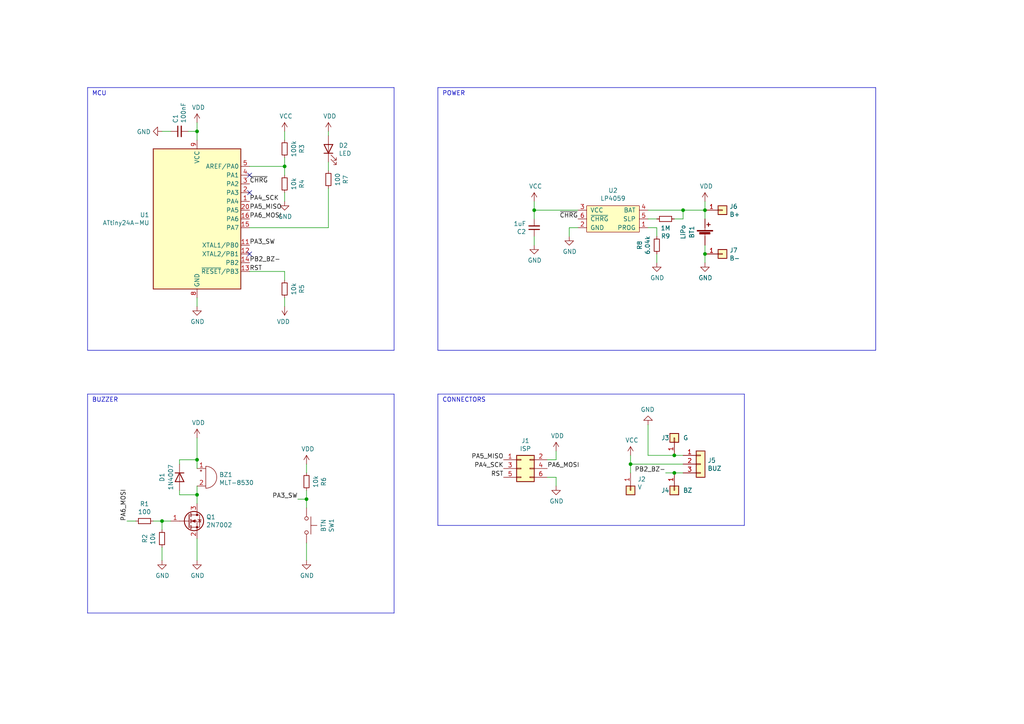
<source format=kicad_sch>
(kicad_sch (version 20230121) (generator eeschema)
  (paper "A4")
  (lib_symbols
    (symbol "Connector_Generic:Conn_01x01" (pin_names (offset 1.016) hide)
      (property "Reference" "J" (at 0 2.54 0))
      (property "Value" "Conn_01x01" (at 0 -2.54 0))
      (symbol "Conn_01x01_1_1"
        (rectangle (start -1.27 0.127) (end 0 -0.127) (stroke (width 0.1524)))
        (rectangle (start -1.27 1.27) (end 1.27 -1.27) (stroke (width 0.254)) (fill (type background)))
        (pin passive line (at -5.08 0 0) (length 3.81) (name "Pin_1") (number "1"))
      )
    )
    (symbol "Connector_Generic:Conn_01x03" (pin_names (offset 1.016) hide)
      (property "Reference" "J" (at 0 5.08 0))
      (property "Value" "Conn_01x03" (at 0 -5.08 0))
      (symbol "Conn_01x03_1_1"
        (rectangle (start -1.27 -2.413) (end 0 -2.667) (stroke (width 0.1524)))
        (rectangle (start -1.27 0.127) (end 0 -0.127) (stroke (width 0.1524)))
        (rectangle (start -1.27 2.667) (end 0 2.413) (stroke (width 0.1524)))
        (rectangle (start -1.27 3.81) (end 1.27 -3.81) (stroke (width 0.254)) (fill (type background)))
        (pin passive line (at -5.08 2.54 0) (length 3.81) (name "Pin_1") (number "1"))
        (pin passive line (at -5.08 0 0) (length 3.81) (name "Pin_2") (number "2"))
        (pin passive line (at -5.08 -2.54 0) (length 3.81) (name "Pin_3") (number "3"))
      )
    )
    (symbol "Connector_Generic:Conn_02x03_Odd_Even" (pin_names (offset 1.016) hide)
      (property "Reference" "J" (at 1.27 5.08 0))
      (property "Value" "Conn_02x03_Odd_Even" (at 1.27 -5.08 0))
      (symbol "Conn_02x03_Odd_Even_1_1"
        (rectangle (start -1.27 -2.413) (end 0 -2.667) (stroke (width 0.1524)))
        (rectangle (start -1.27 0.127) (end 0 -0.127) (stroke (width 0.1524)))
        (rectangle (start -1.27 2.667) (end 0 2.413) (stroke (width 0.1524)))
        (rectangle (start -1.27 3.81) (end 3.81 -3.81) (stroke (width 0.254)) (fill (type background)))
        (rectangle (start 3.81 -2.413) (end 2.54 -2.667) (stroke (width 0.1524)))
        (rectangle (start 3.81 0.127) (end 2.54 -0.127) (stroke (width 0.1524)))
        (rectangle (start 3.81 2.667) (end 2.54 2.413) (stroke (width 0.1524)))
        (pin passive line (at -5.08 2.54 0) (length 3.81) (name "Pin_1") (number "1"))
        (pin passive line (at 7.62 2.54 180) (length 3.81) (name "Pin_2") (number "2"))
        (pin passive line (at -5.08 0 0) (length 3.81) (name "Pin_3") (number "3"))
        (pin passive line (at 7.62 0 180) (length 3.81) (name "Pin_4") (number "4"))
        (pin passive line (at -5.08 -2.54 0) (length 3.81) (name "Pin_5") (number "5"))
        (pin passive line (at 7.62 -2.54 180) (length 3.81) (name "Pin_6") (number "6"))
      )
    )
    (symbol "Device:Battery_Cell" (pin_numbers hide) (pin_names (offset 0) hide)
      (property "Reference" "BT" (at 2.54 2.54 0))
      (property "Value" "Battery_Cell" (at 2.54 0 0))
      (symbol "Battery_Cell_0_1"
        (rectangle (start -2.286 1.778) (end 2.286 1.524) (fill (type outline)))
        (rectangle (start -1.5748 1.1938) (end 1.4732 0.6858) (fill (type outline)))
        (polyline (pts (xy 0 0.762) (xy 0 0)))
        (polyline (pts (xy 0 1.778) (xy 0 2.54)))
        (polyline (pts (xy 0.508 3.429) (xy 1.524 3.429)) (stroke (width 0.254)))
        (polyline (pts (xy 1.016 3.937) (xy 1.016 2.921)) (stroke (width 0.254)))
      )
      (symbol "Battery_Cell_1_1"
        (pin passive line (at 0 5.08 270) (length 2.54) (name "+") (number "1"))
        (pin passive line (at 0 -2.54 90) (length 2.54) (name "-") (number "2"))
      )
    )
    (symbol "Device:Buzzer" (pin_names (offset 0.0254) hide)
      (property "Reference" "BZ" (at 3.81 1.27 0))
      (property "Value" "Buzzer" (at 3.81 -1.27 0))
      (symbol "Buzzer_0_1"
        (arc (start 0 -3.175) (mid 3.1612 0) (end 0 3.175))
        (polyline (pts (xy -1.651 1.905) (xy -1.143 1.905)))
        (polyline (pts (xy -1.397 2.159) (xy -1.397 1.651)))
        (polyline (pts (xy 0 3.175) (xy 0 -3.175)))
      )
      (symbol "Buzzer_1_1"
        (pin passive line (at -2.54 2.54 0) (length 2.54) (name "-") (number "1"))
        (pin passive line (at -2.54 -2.54 0) (length 2.54) (name "+") (number "2"))
      )
    )
    (symbol "Device:C_Small" (pin_numbers hide) (pin_names (offset 0.254) hide)
      (property "Reference" "C" (at 0.254 1.778 0))
      (property "Value" "C_Small" (at 0.254 -2.032 0))
      (symbol "C_Small_0_1"
        (polyline (pts (xy -1.524 -0.508) (xy 1.524 -0.508)) (stroke (width 0.3302)))
        (polyline (pts (xy -1.524 0.508) (xy 1.524 0.508)) (stroke (width 0.3048)))
      )
      (symbol "C_Small_1_1"
        (pin passive line (at 0 2.54 270) (length 2.032) (name "~") (number "1"))
        (pin passive line (at 0 -2.54 90) (length 2.032) (name "~") (number "2"))
      )
    )
    (symbol "Device:LED" (pin_numbers hide) (pin_names (offset 1.016) hide)
      (property "Reference" "D" (at 0 2.54 0))
      (property "Value" "LED" (at 0 -2.54 0))
      (symbol "LED_0_1"
        (polyline (pts (xy -1.27 -1.27) (xy -1.27 1.27)) (stroke (width 0.254)))
        (polyline (pts (xy -1.27 0) (xy 1.27 0)))
        (polyline (pts (xy 1.27 -1.27) (xy 1.27 1.27) (xy -1.27 0) (xy 1.27 -1.27)) (stroke (width 0.254)))
        (polyline (pts (xy -3.048 -0.762) (xy -4.572 -2.286) (xy -3.81 -2.286) (xy -4.572 -2.286) (xy -4.572 -1.524)))
        (polyline (pts (xy -1.778 -0.762) (xy -3.302 -2.286) (xy -2.54 -2.286) (xy -3.302 -2.286) (xy -3.302 -1.524)))
      )
      (symbol "LED_1_1"
        (pin passive line (at -3.81 0 0) (length 2.54) (name "K") (number "1"))
        (pin passive line (at 3.81 0 180) (length 2.54) (name "A") (number "2"))
      )
    )
    (symbol "Device:R_Small" (pin_numbers hide) (pin_names (offset 0.254) hide)
      (property "Reference" "R" (at 0.762 0.508 0))
      (property "Value" "R_Small" (at 0.762 -1.016 0))
      (symbol "R_Small_0_1"
        (rectangle (start -0.762 1.778) (end 0.762 -1.778) (stroke (width 0.2032)))
      )
      (symbol "R_Small_1_1"
        (pin passive line (at 0 2.54 270) (length 0.762) (name "~") (number "1"))
        (pin passive line (at 0 -2.54 90) (length 0.762) (name "~") (number "2"))
      )
    )
    (symbol "Diode:1N4007" (pin_numbers hide) (pin_names hide)
      (property "Reference" "D" (at 0 2.54 0))
      (property "Value" "1N4007" (at 0 -2.54 0))
      (symbol "1N4007_0_1"
        (polyline (pts (xy -1.27 1.27) (xy -1.27 -1.27)) (stroke (width 0.254)))
        (polyline (pts (xy 1.27 0) (xy -1.27 0)))
        (polyline (pts (xy 1.27 1.27) (xy 1.27 -1.27) (xy -1.27 0) (xy 1.27 1.27)) (stroke (width 0.254)))
      )
      (symbol "1N4007_1_1"
        (pin passive line (at -3.81 0 0) (length 2.54) (name "K") (number "1"))
        (pin passive line (at 3.81 0 180) (length 2.54) (name "A") (number "2"))
      )
    )
    (symbol "MCU_Microchip_ATtiny:ATtiny24A-M"
      (property "Reference" "U" (at -12.7 21.59 0))
      (property "Value" "ATtiny24A-M" (at 2.54 -21.59 0))
      (symbol "ATtiny24A-M_0_1"
        (rectangle (start -12.7 -20.32) (end 12.7 20.32) (stroke (width 0.254)) (fill (type background)))
      )
      (symbol "ATtiny24A-M_1_1"
        (pin bidirectional line (at 15.24 5.08 180) (length 2.54) (name "PA4") (number "1"))
        (pin no_connect line (at -12.7 -10.16 0) (length 2.54) hide (name "NC") (number "10"))
        (pin bidirectional line (at 15.24 -7.62 180) (length 2.54) (name "XTAL1/PB0") (number "11"))
        (pin bidirectional line (at 15.24 -10.16 180) (length 2.54) (name "XTAL2/PB1") (number "12"))
        (pin bidirectional line (at 15.24 -15.24 180) (length 2.54) (name "~{RESET}/PB3") (number "13"))
        (pin bidirectional line (at 15.24 -12.7 180) (length 2.54) (name "PB2") (number "14"))
        (pin bidirectional line (at 15.24 -2.54 180) (length 2.54) (name "PA7") (number "15"))
        (pin bidirectional line (at 15.24 0 180) (length 2.54) (name "PA6") (number "16"))
        (pin no_connect line (at -12.7 -12.7 0) (length 2.54) hide (name "NC") (number "17"))
        (pin no_connect line (at -12.7 -15.24 0) (length 2.54) hide (name "NC") (number "18"))
        (pin no_connect line (at -12.7 -17.78 0) (length 2.54) hide (name "NC") (number "19"))
        (pin bidirectional line (at 15.24 7.62 180) (length 2.54) (name "PA3") (number "2"))
        (pin bidirectional line (at 15.24 2.54 180) (length 2.54) (name "PA5") (number "20"))
        (pin passive line (at 0 -22.86 90) (length 2.54) hide (name "GND") (number "21"))
        (pin bidirectional line (at 15.24 10.16 180) (length 2.54) (name "PA2") (number "3"))
        (pin bidirectional line (at 15.24 12.7 180) (length 2.54) (name "PA1") (number "4"))
        (pin bidirectional line (at 15.24 15.24 180) (length 2.54) (name "AREF/PA0") (number "5"))
        (pin no_connect line (at -12.7 -5.08 0) (length 2.54) hide (name "NC") (number "6"))
        (pin no_connect line (at -12.7 -7.62 0) (length 2.54) hide (name "NC") (number "7"))
        (pin power_in line (at 0 -22.86 90) (length 2.54) (name "GND") (number "8"))
        (pin power_in line (at 0 22.86 270) (length 2.54) (name "VCC") (number "9"))
      )
    )
    (symbol "Switch:SW_Push" (pin_numbers hide) (pin_names (offset 1.016) hide)
      (property "Reference" "SW" (at 1.27 2.54 0))
      (property "Value" "SW_Push" (at 0 -1.524 0))
      (symbol "SW_Push_0_1"
        (circle (center -2.032 0) (radius 0.508))
        (polyline (pts (xy 0 1.27) (xy 0 3.048)))
        (polyline (pts (xy 2.54 1.27) (xy -2.54 1.27)))
        (circle (center 2.032 0) (radius 0.508))
        (pin passive line (at -5.08 0 0) (length 2.54) (name "1") (number "1"))
        (pin passive line (at 5.08 0 180) (length 2.54) (name "2") (number "2"))
      )
    )
    (symbol "Symbol_Misc:LP4059" (pin_names (offset 1.016))
      (property "Reference" "U" (at 0 5.08 0))
      (property "Value" "LP4059" (at 0 -5.08 0))
      (symbol "LP4059_0_1"
        (rectangle (start -7.62 3.81) (end 7.62 -3.81) (fill (type background)))
      )
      (symbol "LP4059_1_1"
        (pin passive line (at 10.16 -2.54 180) (length 2.54) (name "PROG") (number "1"))
        (pin passive line (at -10.16 -2.54 0) (length 2.54) (name "GND") (number "2"))
        (pin passive line (at -10.16 2.54 0) (length 2.54) (name "VCC") (number "3"))
        (pin passive line (at 10.16 2.54 180) (length 2.54) (name "BAT") (number "4"))
        (pin passive line (at 10.16 0 180) (length 2.54) (name "SLP") (number "5"))
        (pin passive line (at -10.16 0 0) (length 2.54) (name "~{CHRG}") (number "6"))
      )
    )
    (symbol "Transistor_FET:2N7002" (pin_names hide)
      (property "Reference" "Q" (at 5.08 1.905 0))
      (property "Value" "2N7002" (at 5.08 0 0))
      (symbol "2N7002_0_1"
        (polyline (pts (xy 0.254 0) (xy -2.54 0)))
        (polyline (pts (xy 0.254 1.905) (xy 0.254 -1.905)) (stroke (width 0.254)))
        (polyline (pts (xy 0.762 -1.27) (xy 0.762 -2.286)) (stroke (width 0.254)))
        (polyline (pts (xy 0.762 0.508) (xy 0.762 -0.508)) (stroke (width 0.254)))
        (polyline (pts (xy 0.762 2.286) (xy 0.762 1.27)) (stroke (width 0.254)))
        (polyline (pts (xy 2.54 2.54) (xy 2.54 1.778)))
        (polyline (pts (xy 2.54 -2.54) (xy 2.54 0) (xy 0.762 0)))
        (polyline (pts (xy 0.762 -1.778) (xy 3.302 -1.778) (xy 3.302 1.778) (xy 0.762 1.778)))
        (polyline (pts (xy 1.016 0) (xy 2.032 0.381) (xy 2.032 -0.381) (xy 1.016 0)) (fill (type outline)))
        (polyline (pts (xy 2.794 0.508) (xy 2.921 0.381) (xy 3.683 0.381) (xy 3.81 0.254)))
        (polyline (pts (xy 3.302 0.381) (xy 2.921 -0.254) (xy 3.683 -0.254) (xy 3.302 0.381)))
        (circle (center 1.651 0) (radius 2.794) (stroke (width 0.254)))
        (circle (center 2.54 -1.778) (radius 0.254) (fill (type outline)))
        (circle (center 2.54 1.778) (radius 0.254) (fill (type outline)))
      )
      (symbol "2N7002_1_1"
        (pin input line (at -5.08 0 0) (length 2.54) (name "G") (number "1"))
        (pin passive line (at 2.54 -5.08 90) (length 2.54) (name "S") (number "2"))
        (pin passive line (at 2.54 5.08 270) (length 2.54) (name "D") (number "3"))
      )
    )
    (symbol "power:GND" (power) (pin_names (offset 0))
      (property "Value" "GND" (at 0 -3.81 0))
      (symbol "GND_0_1"
        (polyline (pts (xy 0 0) (xy 0 -1.27) (xy 1.27 -1.27) (xy 0 -2.54) (xy -1.27 -1.27) (xy 0 -1.27)))
      )
      (symbol "GND_1_1"
        (pin power_in line (at 0 0 270) (length 0) hide (name "GND") (number "1"))
      )
    )
    (symbol "power:VCC" (power) (pin_names (offset 0))
      (property "Value" "VCC" (at 0 3.81 0))
      (symbol "VCC_0_1"
        (polyline (pts (xy -0.762 1.27) (xy 0 2.54)))
        (polyline (pts (xy 0 0) (xy 0 2.54)))
        (polyline (pts (xy 0 2.54) (xy 0.762 1.27)))
      )
      (symbol "VCC_1_1"
        (pin power_in line (at 0 0 90) (length 0) hide (name "VCC") (number "1"))
      )
    )
    (symbol "power:VDD" (power) (pin_names (offset 0))
      (property "Value" "VDD" (at 0 3.81 0))
      (symbol "VDD_0_1"
        (polyline (pts (xy -0.762 1.27) (xy 0 2.54)))
        (polyline (pts (xy 0 0) (xy 0 2.54)))
        (polyline (pts (xy 0 2.54) (xy 0.762 1.27)))
      )
      (symbol "VDD_1_1"
        (pin power_in line (at 0 0 90) (length 0) hide (name "VDD") (number "1"))
      )
    )
  )
  (junction (at 198.12 60.96))
  (junction (at 195.58 137.16))
  (junction (at 154.94 60.96))
  (junction (at 204.47 60.96))
  (junction (at 204.47 73.66))
  (junction (at 182.88 134.62))
  (junction (at 57.15 38.1))
  (junction (at 57.15 133.35))
  (junction (at 195.58 132.08))
  (junction (at 46.99 151.13))
  (junction (at 82.55 48.26))
  (junction (at 88.9 144.78))
  (junction (at 57.15 143.51))
  (no_connect (at 72.39 73.66))
  (no_connect (at 72.39 55.88))
  (no_connect (at 72.39 50.8))
  (wire (pts (xy 95.25 39.37) (xy 95.25 38.1)))
  (wire (pts (xy 82.55 58.42) (xy 82.55 55.88)))
  (wire (pts (xy 57.15 133.35) (xy 57.15 127)))
  (wire (pts (xy 161.29 138.43) (xy 158.75 138.43)))
  (wire (pts (xy 161.29 130.81) (xy 161.29 133.35)))
  (wire (pts (xy 204.47 63.5) (xy 204.47 60.96)))
  (wire (pts (xy 95.25 54.61) (xy 95.25 66.04)))
  (wire (pts (xy 161.29 140.97) (xy 161.29 138.43)))
  (polyline (pts (xy 114.3 114.3) (xy 114.3 177.8)))
  (wire (pts (xy 72.39 48.26) (xy 82.55 48.26)))
  (wire (pts (xy 187.96 66.04) (xy 190.5 66.04)))
  (wire (pts (xy 46.99 153.67) (xy 46.99 151.13)))
  (polyline (pts (xy 215.9 114.3) (xy 215.9 152.4)))
  (wire (pts (xy 46.99 151.13) (xy 44.45 151.13)))
  (wire (pts (xy 204.47 73.66) (xy 204.47 76.2)))
  (wire (pts (xy 88.9 157.48) (xy 88.9 162.56)))
  (wire (pts (xy 82.55 78.74) (xy 82.55 81.28)))
  (wire (pts (xy 52.07 143.51) (xy 57.15 143.51)))
  (wire (pts (xy 154.94 60.96) (xy 167.64 60.96)))
  (wire (pts (xy 57.15 86.36) (xy 57.15 88.9)))
  (wire (pts (xy 88.9 137.16) (xy 88.9 134.62)))
  (wire (pts (xy 88.9 144.78) (xy 88.9 147.32)))
  (wire (pts (xy 187.96 60.96) (xy 198.12 60.96)))
  (wire (pts (xy 57.15 38.1) (xy 54.61 38.1)))
  (wire (pts (xy 82.55 48.26) (xy 82.55 50.8)))
  (wire (pts (xy 57.15 156.21) (xy 57.15 162.56)))
  (wire (pts (xy 198.12 132.08) (xy 195.58 132.08)))
  (wire (pts (xy 190.5 73.66) (xy 190.5 76.2)))
  (polyline (pts (xy 25.4 114.3) (xy 114.3 114.3)))
  (polyline (pts (xy 114.3 25.4) (xy 114.3 101.6)))
  (wire (pts (xy 195.58 132.08) (xy 187.96 132.08)))
  (wire (pts (xy 72.39 78.74) (xy 82.55 78.74)))
  (wire (pts (xy 49.53 38.1) (xy 46.99 38.1)))
  (polyline (pts (xy 127 114.3) (xy 215.9 114.3)))
  (wire (pts (xy 165.1 68.58) (xy 165.1 66.04)))
  (polyline (pts (xy 114.3 177.8) (xy 25.4 177.8)))
  (wire (pts (xy 52.07 133.35) (xy 57.15 133.35)))
  (polyline (pts (xy 127 25.4) (xy 254 25.4)))
  (wire (pts (xy 82.55 88.9) (xy 82.55 86.36)))
  (wire (pts (xy 154.94 60.96) (xy 154.94 63.5)))
  (polyline (pts (xy 215.9 152.4) (xy 127 152.4)))
  (polyline (pts (xy 254 25.4) (xy 254 101.6)))
  (wire (pts (xy 187.96 132.08) (xy 187.96 123.19)))
  (wire (pts (xy 57.15 35.56) (xy 57.15 38.1)))
  (polyline (pts (xy 254 101.6) (xy 127 101.6)))
  (wire (pts (xy 182.88 132.08) (xy 182.88 134.62)))
  (wire (pts (xy 154.94 71.12) (xy 154.94 68.58)))
  (wire (pts (xy 57.15 135.89) (xy 57.15 133.35)))
  (wire (pts (xy 57.15 140.97) (xy 57.15 143.51)))
  (wire (pts (xy 198.12 63.5) (xy 198.12 60.96)))
  (wire (pts (xy 195.58 137.16) (xy 193.04 137.16)))
  (wire (pts (xy 187.96 63.5) (xy 190.5 63.5)))
  (wire (pts (xy 88.9 144.78) (xy 86.36 144.78)))
  (wire (pts (xy 195.58 63.5) (xy 198.12 63.5)))
  (polyline (pts (xy 127 152.4) (xy 127 114.3)))
  (polyline (pts (xy 25.4 101.6) (xy 25.4 25.4)))
  (wire (pts (xy 57.15 38.1) (xy 57.15 40.64)))
  (wire (pts (xy 182.88 134.62) (xy 182.88 137.16)))
  (polyline (pts (xy 25.4 25.4) (xy 114.3 25.4)))
  (wire (pts (xy 52.07 142.24) (xy 52.07 143.51)))
  (wire (pts (xy 57.15 143.51) (xy 57.15 146.05)))
  (wire (pts (xy 52.07 134.62) (xy 52.07 133.35)))
  (wire (pts (xy 198.12 137.16) (xy 195.58 137.16)))
  (wire (pts (xy 198.12 60.96) (xy 204.47 60.96)))
  (wire (pts (xy 46.99 158.75) (xy 46.99 162.56)))
  (wire (pts (xy 82.55 40.64) (xy 82.55 38.1)))
  (wire (pts (xy 165.1 66.04) (xy 167.64 66.04)))
  (wire (pts (xy 46.99 151.13) (xy 49.53 151.13)))
  (wire (pts (xy 82.55 45.72) (xy 82.55 48.26)))
  (wire (pts (xy 88.9 142.24) (xy 88.9 144.78)))
  (polyline (pts (xy 127 101.6) (xy 127 25.4)))
  (wire (pts (xy 198.12 134.62) (xy 182.88 134.62)))
  (polyline (pts (xy 114.3 101.6) (xy 25.4 101.6)))
  (polyline (pts (xy 25.4 177.8) (xy 25.4 114.3)))
  (wire (pts (xy 39.37 151.13) (xy 36.83 151.13)))
  (wire (pts (xy 204.47 60.96) (xy 204.47 58.42)))
  (wire (pts (xy 95.25 49.53) (xy 95.25 46.99)))
  (wire (pts (xy 161.29 133.35) (xy 158.75 133.35)))
  (wire (pts (xy 204.47 71.12) (xy 204.47 73.66)))
  (wire (pts (xy 154.94 58.42) (xy 154.94 60.96)))
  (wire (pts (xy 95.25 66.04) (xy 72.39 66.04)))
  (wire (pts (xy 190.5 66.04) (xy 190.5 68.58)))
  (text "POWER" (at 128.27 27.94 0) (effects (font (size 1.27 1.27)) (justify left bottom)))
  (text "MCU" (at 26.67 27.94 0) (effects (font (size 1.27 1.27)) (justify left bottom)))
  (text "BUZZER\n" (at 26.67 116.84 0) (effects (font (size 1.27 1.27)) (justify left bottom)))
  (text "CONNECTORS" (at 128.27 116.84 0) (effects (font (size 1.27 1.27)) (justify left bottom)))
  (label "PA5_MISO" (at 146.05 133.35 180))
  (label "PA3_SW" (at 72.39 71.12 0))
  (label "PA6_MOSI" (at 158.75 135.89 0))
  (label "PA6_MOSI" (at 36.83 151.13 90))
  (label "PA5_MISO" (at 72.39 60.96 0))
  (label "~{CHRG}" (at 72.39 53.34 0))
  (label "~{CHRG}" (at 167.64 63.5 180))
  (label "PA6_MOSI" (at 72.39 63.5 0))
  (label "RST" (at 146.05 138.43 180))
  (label "PA4_SCK" (at 72.39 58.42 0))
  (label "PA3_SW" (at 86.36 144.78 180))
  (label "RST" (at 72.39 78.74 0))
  (label "PB2_BZ-" (at 193.04 137.16 180))
  (label "PA4_SCK" (at 146.05 135.89 180))
  (label "PB2_BZ-" (at 72.39 76.2 0))
  (symbol (lib_id "Symbol_Misc:LP4059") (at 177.8 63.5 0) (unit 1)
    (property "Reference" "U2" (at 177.8 55.245 0))
    (property "Value" "LP4059" (at 177.8 57.5564 0))
    (property "Footprint" "Package_DFN_QFN:DFN-6-1EP_2x2mm_P0.65mm_EP1x1.6mm" (effects hide))
    (property "Datasheet" "https://datasheet.lcsc.com/lcsc/2004281203_LOWPOWER-LP4059QVF_C517025.pdf" (effects hide))
    (property "LCSC" "C517025" (effects hide))
  )
  (symbol (lib_id "power:GND") (at 57.15 88.9 0) (unit 1)
    (property "Reference" "#PWR04" (effects hide))
    (property "Value" "GND" (at 57.277 93.2942 0))
  )
  (symbol (lib_id "MCU_Microchip_ATtiny:ATtiny24A-M") (at 57.15 63.5 0) (unit 1)
    (property "Reference" "U1" (at 43.3324 62.3316 0) (effects (justify right)))
    (property "Value" "ATtiny24A-MU" (at 43.3324 64.643 0) (effects (justify right)))
    (property "Footprint" "Package_DFN_QFN:QFN-20-1EP_4x4mm_P0.5mm_EP2.6x2.6mm" (effects hide))
    (property "Datasheet" "http://ww1.microchip.com/downloads/en/DeviceDoc/doc8183.pdf" (effects hide))
    (property "LCSC" "C19354" (effects hide))
  )
  (symbol (lib_id "Device:Buzzer") (at 59.69 138.43 0) (unit 1)
    (property "Reference" "BZ1" (at 63.5508 137.6934 0) (effects (justify left)))
    (property "Value" "MLT-8530" (at 63.5508 140.0048 0) (effects (justify left)))
    (property "Footprint" "Buzzer_Beeper:MagneticBuzzer_CUI_CMT-8504-100-SMT" (effects hide))
    (property "LCSC" "C94599" (effects hide))
  )
  (symbol (lib_id "Diode:1N4007") (at 52.07 138.43 270) (unit 1)
    (property "Reference" "D1" (at 46.99 138.43 0))
    (property "Value" "1N4007" (at 49.53 138.43 0))
    (property "Footprint" "Diode_SMD:D_SOD-323" (effects hide))
    (property "Datasheet" "http://www.vishay.com/docs/88503/1n4001.pdf" (effects hide))
    (property "LCSC" "C193404" (effects hide))
  )
  (symbol (lib_id "power:GND") (at 46.99 38.1 270) (unit 1)
    (property "Reference" "#PWR01" (effects hide))
    (property "Value" "GND" (at 43.7388 38.227 90) (effects (justify right)))
  )
  (symbol (lib_id "Connector_Generic:Conn_02x03_Odd_Even") (at 151.13 135.89 0) (unit 1)
    (property "Reference" "J1" (at 152.4 127.8382 0))
    (property "Value" "ISP" (at 152.4 130.1496 0))
    (property "Footprint" "Connector_PinHeader_1.27mm:PinHeader_2x03_P1.27mm_Vertical_SMD" (effects hide))
    (property "LCSC" "C59981" (effects hide))
  )
  (symbol (lib_id "Connector_Generic:Conn_01x03") (at 203.2 134.62 0) (unit 1)
    (property "Reference" "J5" (at 205.232 133.5532 0) (effects (justify left)))
    (property "Value" "BUZ" (at 205.232 135.8646 0) (effects (justify left)))
    (property "Footprint" "Connector_JST:JST_SH_SM03B-SRSS-TB_1x03-1MP_P1.00mm_Horizontal" (effects hide))
    (property "LCSC" "C541845" (effects hide))
  )
  (symbol (lib_id "Device:R_Small") (at 82.55 83.82 180) (unit 1)
    (property "Reference" "R5" (at 87.5284 83.82 90))
    (property "Value" "10k" (at 85.217 83.82 90))
    (property "Footprint" "Resistor_SMD:R_0402_1005Metric" (effects hide))
    (property "LCSC" "C60489" (effects hide))
  )
  (symbol (lib_id "Device:C_Small") (at 52.07 38.1 90) (unit 1)
    (property "Reference" "C1" (at 50.9016 35.7632 0) (effects (justify left)))
    (property "Value" "100nF" (at 53.213 35.7632 0) (effects (justify left)))
    (property "Footprint" "Capacitor_SMD:C_0402_1005Metric" (effects hide))
    (property "LCSC" "C60474" (effects hide))
  )
  (symbol (lib_id "power:VDD") (at 204.47 58.42 0) (unit 1)
    (property "Reference" "#PWR021" (effects hide))
    (property "Value" "VDD" (at 204.851 54.0258 0))
  )
  (symbol (lib_id "Switch:SW_Push") (at 88.9 152.4 270) (unit 1)
    (property "Reference" "SW1" (at 96.139 152.4 0))
    (property "Value" "BTN" (at 93.8276 152.4 0))
    (property "Footprint" "Button_Switch_SMD:SW_Push_SPST_NO_Alps_SKRK" (effects hide))
    (property "LCSC" "C557591" (effects hide))
  )
  (symbol (lib_id "Device:R_Small") (at 88.9 139.7 180) (unit 1)
    (property "Reference" "R6" (at 93.8784 139.7 90))
    (property "Value" "10k" (at 91.567 139.7 90))
    (property "Footprint" "Resistor_SMD:R_0402_1005Metric" (effects hide))
    (property "LCSC" "C60489" (effects hide))
  )
  (symbol (lib_id "power:VDD") (at 57.15 35.56 0) (unit 1)
    (property "Reference" "#PWR03" (effects hide))
    (property "Value" "VDD" (at 57.531 31.1658 0))
  )
  (symbol (lib_id "power:VDD") (at 82.55 88.9 180) (unit 1)
    (property "Reference" "#PWR09" (effects hide))
    (property "Value" "VDD" (at 82.169 93.2942 0))
  )
  (symbol (lib_id "power:GND") (at 187.96 123.19 180) (unit 1)
    (property "Reference" "#PWR019" (effects hide))
    (property "Value" "GND" (at 187.833 118.7958 0))
  )
  (symbol (lib_id "power:VCC") (at 182.88 132.08 0) (unit 1)
    (property "Reference" "#PWR018" (effects hide))
    (property "Value" "VCC" (at 183.261 127.6858 0))
  )
  (symbol (lib_id "Device:R_Small") (at 190.5 71.12 0) (unit 1)
    (property "Reference" "R8" (at 185.5216 71.12 90))
    (property "Value" "6.04k" (at 187.833 71.12 90))
    (property "Footprint" "Resistor_SMD:R_0402_1005Metric" (effects hide))
    (property "LCSC" "C25913" (effects hide))
  )
  (symbol (lib_id "power:GND") (at 190.5 76.2 0) (unit 1)
    (property "Reference" "#PWR020" (effects hide))
    (property "Value" "GND" (at 190.627 80.5942 0))
  )
  (symbol (lib_id "Device:R_Small") (at 193.04 63.5 90) (unit 1)
    (property "Reference" "R9" (at 193.04 68.4784 90))
    (property "Value" "1M" (at 193.04 66.167 90))
    (property "Footprint" "Resistor_SMD:R_0402_1005Metric" (effects hide))
    (property "LCSC" "C26087" (effects hide))
  )
  (symbol (lib_id "power:GND") (at 165.1 68.58 0) (unit 1)
    (property "Reference" "#PWR017" (effects hide))
    (property "Value" "GND" (at 165.227 72.9742 0))
  )
  (symbol (lib_id "Transistor_FET:2N7002") (at 54.61 151.13 0) (unit 1)
    (property "Reference" "Q1" (at 59.7916 149.9616 0) (effects (justify left)))
    (property "Value" "2N7002" (at 59.7916 152.273 0) (effects (justify left)))
    (property "Footprint" "Package_TO_SOT_SMD:SOT-23" (effects hide))
    (property "Datasheet" "https://www.onsemi.com/pub/Collateral/NDS7002A-D.PDF" (effects hide))
    (property "LCSC" "C65189" (effects hide))
  )
  (symbol (lib_id "power:VCC") (at 154.94 58.42 0) (unit 1)
    (property "Reference" "#PWR013" (effects hide))
    (property "Value" "VCC" (at 155.321 54.0258 0))
  )
  (symbol (lib_id "Device:C_Small") (at 154.94 66.04 180) (unit 1)
    (property "Reference" "C2" (at 152.6032 67.2084 0) (effects (justify left)))
    (property "Value" "1uF" (at 152.6032 64.897 0) (effects (justify left)))
    (property "Footprint" "Capacitor_SMD:C_0402_1005Metric" (effects hide))
    (property "LCSC" "C92755" (effects hide))
  )
  (symbol (lib_id "power:GND") (at 204.47 76.2 0) (unit 1)
    (property "Reference" "#PWR022" (effects hide))
    (property "Value" "GND" (at 204.597 80.5942 0))
  )
  (symbol (lib_id "power:GND") (at 154.94 71.12 0) (unit 1)
    (property "Reference" "#PWR014" (effects hide))
    (property "Value" "GND" (at 155.067 75.5142 0))
  )
  (symbol (lib_id "Connector_Generic:Conn_01x01") (at 209.55 60.96 0) (unit 1)
    (property "Reference" "J6" (at 211.582 59.8932 0) (effects (justify left)))
    (property "Value" "B+" (at 211.582 62.2046 0) (effects (justify left)))
    (property "Footprint" "TestPoint:TestPoint_Pad_D1.0mm" (effects hide))
  )
  (symbol (lib_id "Connector_Generic:Conn_01x01") (at 209.55 73.66 0) (unit 1)
    (property "Reference" "J7" (at 211.582 72.5932 0) (effects (justify left)))
    (property "Value" "B-" (at 211.582 74.9046 0) (effects (justify left)))
    (property "Footprint" "TestPoint:TestPoint_Pad_1.0x1.0mm" (effects hide))
  )
  (symbol (lib_id "Connector_Generic:Conn_01x01") (at 195.58 127 90) (unit 1)
    (property "Reference" "J3" (at 191.77 127 90) (effects (justify right)))
    (property "Value" "G" (at 198.12 127 90) (effects (justify right)))
    (property "Footprint" "TestPoint:TestPoint_Pad_1.0x1.0mm" (effects hide))
  )
  (symbol (lib_id "Connector_Generic:Conn_01x01") (at 182.88 142.24 270) (unit 1)
    (property "Reference" "J2" (at 184.912 138.9888 90) (effects (justify left)))
    (property "Value" "V" (at 184.912 141.3002 90) (effects (justify left)))
    (property "Footprint" "TestPoint:TestPoint_Pad_1.0x1.0mm" (effects hide))
  )
  (symbol (lib_id "Connector_Generic:Conn_01x01") (at 195.58 142.24 270) (unit 1)
    (property "Reference" "J4" (at 191.77 142.24 90) (effects (justify left)))
    (property "Value" "BZ" (at 198.12 142.24 90) (effects (justify left)))
    (property "Footprint" "TestPoint:TestPoint_Pad_1.0x1.0mm" (effects hide))
  )
  (symbol (lib_id "Device:Battery_Cell") (at 204.47 68.58 0) (unit 1)
    (property "Reference" "BT1" (at 200.66 67.31 90))
    (property "Value" "LiPo" (at 198.12 67.31 90))
  )
  (symbol (lib_id "power:VDD") (at 57.15 127 0) (unit 1)
    (property "Reference" "#PWR05" (effects hide))
    (property "Value" "VDD" (at 57.531 122.6058 0))
  )
  (symbol (lib_id "Device:R_Small") (at 46.99 156.21 0) (unit 1)
    (property "Reference" "R2" (at 42.0116 156.21 90))
    (property "Value" "10k" (at 44.323 156.21 90))
    (property "Footprint" "Resistor_SMD:R_0402_1005Metric" (effects hide))
    (property "LCSC" "C60489" (effects hide))
  )
  (symbol (lib_id "Device:R_Small") (at 41.91 151.13 270) (unit 1)
    (property "Reference" "R1" (at 41.91 146.1516 90))
    (property "Value" "100" (at 41.91 148.463 90))
    (property "Footprint" "Resistor_SMD:R_0402_1005Metric" (effects hide))
    (property "LCSC" "C106233" (effects hide))
  )
  (symbol (lib_id "power:GND") (at 46.99 162.56 0) (unit 1)
    (property "Reference" "#PWR02" (effects hide))
    (property "Value" "GND" (at 47.117 166.9542 0))
  )
  (symbol (lib_id "power:GND") (at 57.15 162.56 0) (unit 1)
    (property "Reference" "#PWR06" (effects hide))
    (property "Value" "GND" (at 57.277 166.9542 0))
  )
  (symbol (lib_id "Device:LED") (at 95.25 43.18 90) (unit 1)
    (property "Reference" "D2" (at 98.2472 42.1894 90) (effects (justify right)))
    (property "Value" "LED" (at 98.2472 44.5008 90) (effects (justify right)))
    (property "Footprint" "LED_SMD:LED_0603_1608Metric" (effects hide))
    (property "LCSC" "C72041" (effects hide))
  )
  (symbol (lib_id "Device:R_Small") (at 95.25 52.07 180) (unit 1)
    (property "Reference" "R7" (at 100.2284 52.07 90))
    (property "Value" "100" (at 97.917 52.07 90))
    (property "Footprint" "Resistor_SMD:R_0402_1005Metric" (effects hide))
    (property "LCSC" "C106233" (effects hide))
  )
  (symbol (lib_id "power:VDD") (at 95.25 38.1 0) (unit 1)
    (property "Reference" "#PWR012" (effects hide))
    (property "Value" "VDD" (at 95.631 33.7058 0))
  )
  (symbol (lib_id "power:VDD") (at 161.29 130.81 0) (unit 1)
    (property "Reference" "#PWR015" (effects hide))
    (property "Value" "VDD" (at 161.671 126.4158 0))
  )
  (symbol (lib_id "power:GND") (at 161.29 140.97 0) (unit 1)
    (property "Reference" "#PWR016" (effects hide))
    (property "Value" "GND" (at 161.417 145.3642 0))
  )
  (symbol (lib_id "power:GND") (at 88.9 162.56 0) (unit 1)
    (property "Reference" "#PWR011" (effects hide))
    (property "Value" "GND" (at 89.027 166.9542 0))
  )
  (symbol (lib_id "power:VDD") (at 88.9 134.62 0) (unit 1)
    (property "Reference" "#PWR010" (effects hide))
    (property "Value" "VDD" (at 89.281 130.2258 0))
  )
  (symbol (lib_id "Device:R_Small") (at 82.55 53.34 180) (unit 1)
    (property "Reference" "R4" (at 87.5284 53.34 90))
    (property "Value" "10k" (at 85.217 53.34 90))
    (property "Footprint" "Resistor_SMD:R_0402_1005Metric" (effects hide))
    (property "LCSC" "C60489" (effects hide))
  )
  (symbol (lib_id "Device:R_Small") (at 82.55 43.18 180) (unit 1)
    (property "Reference" "R3" (at 87.5284 43.18 90))
    (property "Value" "100k" (at 85.217 43.18 90))
    (property "Footprint" "Resistor_SMD:R_0402_1005Metric" (effects hide))
    (property "LCSC" "C106234" (effects hide))
  )
  (symbol (lib_id "power:VCC") (at 82.55 38.1 0) (unit 1)
    (property "Reference" "#PWR07" (effects hide))
    (property "Value" "VCC" (at 82.931 33.7058 0))
  )
  (symbol (lib_id "power:GND") (at 82.55 58.42 0) (unit 1)
    (property "Reference" "#PWR08" (effects hide))
    (property "Value" "GND" (at 82.677 62.8142 0))
  )
)
</source>
